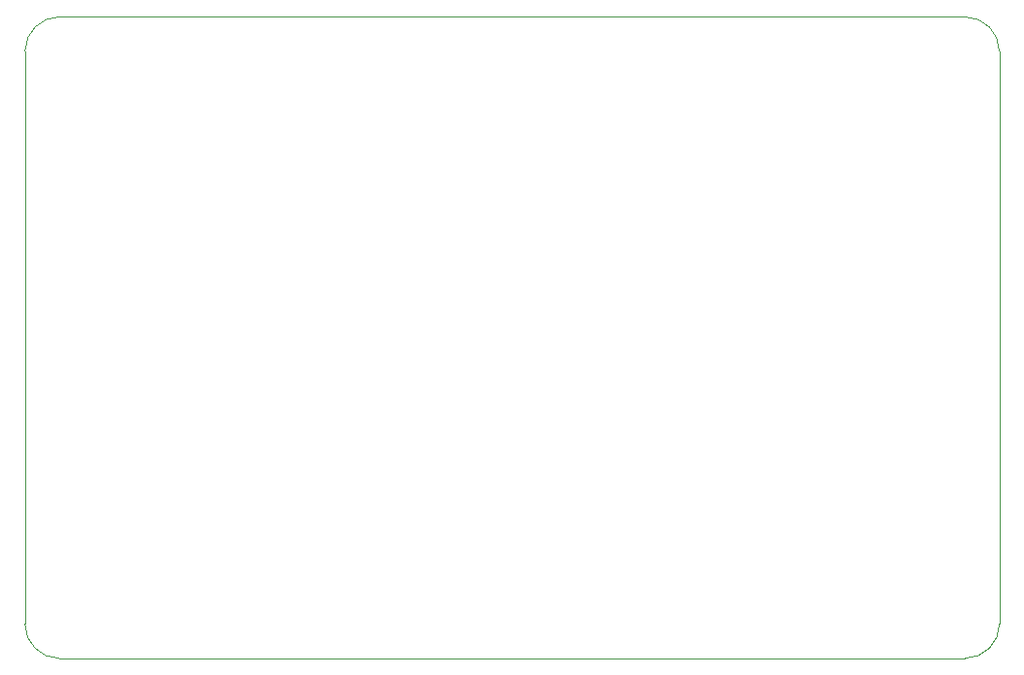
<source format=gbr>
%TF.GenerationSoftware,KiCad,Pcbnew,(6.0.1)*%
%TF.CreationDate,2022-01-17T17:26:23+08:00*%
%TF.ProjectId,ART-PI-HAT,4152542d-5049-42d4-9841-542e6b696361,rev?*%
%TF.SameCoordinates,Original*%
%TF.FileFunction,Profile,NP*%
%FSLAX46Y46*%
G04 Gerber Fmt 4.6, Leading zero omitted, Abs format (unit mm)*
G04 Created by KiCad (PCBNEW (6.0.1)) date 2022-01-17 17:26:23*
%MOMM*%
%LPD*%
G01*
G04 APERTURE LIST*
%TA.AperFunction,Profile*%
%ADD10C,0.100000*%
%TD*%
G04 APERTURE END LIST*
D10*
X75500000Y-58500000D02*
X75500000Y-108500000D01*
X160500000Y-58500000D02*
X160500000Y-108500000D01*
X157500000Y-111500000D02*
G75*
G03*
X160500000Y-108500000I-1J3000001D01*
G01*
X75500000Y-108500000D02*
G75*
G03*
X78500000Y-111500000I3000001J1D01*
G01*
X160500000Y-58500000D02*
G75*
G03*
X157500000Y-55500000I-3000001J-1D01*
G01*
X78500000Y-111500000D02*
X157500000Y-111500000D01*
X78500000Y-55500000D02*
G75*
G03*
X75500000Y-58500000I1J-3000001D01*
G01*
X78500000Y-55500000D02*
X157500000Y-55500000D01*
M02*

</source>
